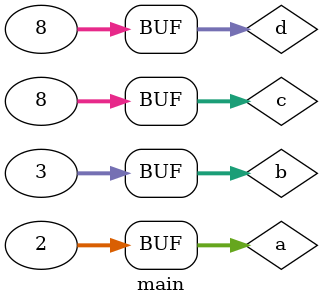
<source format=v>
module main;

reg [31:0] a, b, c, d;

initial begin
	a = 2;
	b = 3;
	c = a ** b;
	d = c;
end

endmodule

</source>
